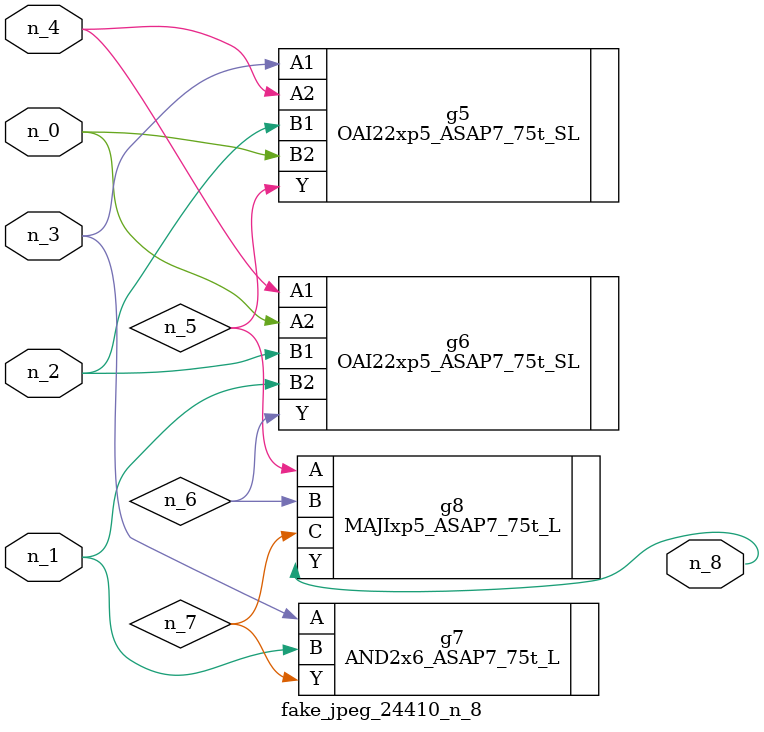
<source format=v>
module fake_jpeg_24410_n_8 (n_3, n_2, n_1, n_0, n_4, n_8);

input n_3;
input n_2;
input n_1;
input n_0;
input n_4;

output n_8;

wire n_6;
wire n_5;
wire n_7;

OAI22xp5_ASAP7_75t_SL g5 ( 
.A1(n_3),
.A2(n_4),
.B1(n_2),
.B2(n_0),
.Y(n_5)
);

OAI22xp5_ASAP7_75t_SL g6 ( 
.A1(n_4),
.A2(n_0),
.B1(n_2),
.B2(n_1),
.Y(n_6)
);

AND2x6_ASAP7_75t_L g7 ( 
.A(n_3),
.B(n_1),
.Y(n_7)
);

MAJIxp5_ASAP7_75t_L g8 ( 
.A(n_5),
.B(n_6),
.C(n_7),
.Y(n_8)
);


endmodule
</source>
